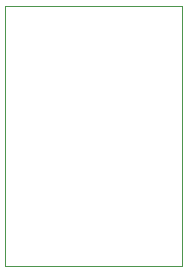
<source format=gm1>
%TF.GenerationSoftware,KiCad,Pcbnew,(5.1.10-1-10_14)*%
%TF.CreationDate,2021-09-29T22:20:09+09:00*%
%TF.ProjectId,seamal,7365616d-616c-42e6-9b69-6361645f7063,rev?*%
%TF.SameCoordinates,Original*%
%TF.FileFunction,Profile,NP*%
%FSLAX46Y46*%
G04 Gerber Fmt 4.6, Leading zero omitted, Abs format (unit mm)*
G04 Created by KiCad (PCBNEW (5.1.10-1-10_14)) date 2021-09-29 22:20:09*
%MOMM*%
%LPD*%
G01*
G04 APERTURE LIST*
%TA.AperFunction,Profile*%
%ADD10C,0.050000*%
%TD*%
G04 APERTURE END LIST*
D10*
X137146000Y-106060000D02*
X152146000Y-106060000D01*
X152146000Y-84060000D02*
X137146000Y-84060000D01*
X137146000Y-106060000D02*
X137146000Y-84060000D01*
X152146000Y-106060000D02*
X152146000Y-84060000D01*
M02*

</source>
